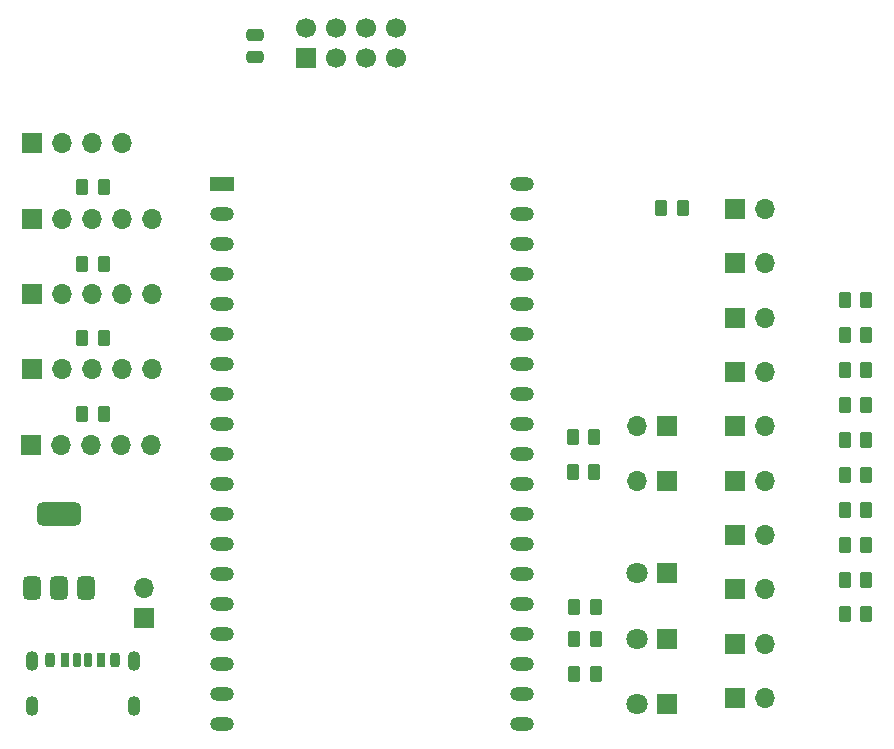
<source format=gbr>
%TF.GenerationSoftware,KiCad,Pcbnew,8.0.4*%
%TF.CreationDate,2024-12-10T19:57:11+05:30*%
%TF.ProjectId,controller-v3,636f6e74-726f-46c6-9c65-722d76332e6b,rev?*%
%TF.SameCoordinates,Original*%
%TF.FileFunction,Soldermask,Top*%
%TF.FilePolarity,Negative*%
%FSLAX46Y46*%
G04 Gerber Fmt 4.6, Leading zero omitted, Abs format (unit mm)*
G04 Created by KiCad (PCBNEW 8.0.4) date 2024-12-10 19:57:11*
%MOMM*%
%LPD*%
G01*
G04 APERTURE LIST*
G04 Aperture macros list*
%AMRoundRect*
0 Rectangle with rounded corners*
0 $1 Rounding radius*
0 $2 $3 $4 $5 $6 $7 $8 $9 X,Y pos of 4 corners*
0 Add a 4 corners polygon primitive as box body*
4,1,4,$2,$3,$4,$5,$6,$7,$8,$9,$2,$3,0*
0 Add four circle primitives for the rounded corners*
1,1,$1+$1,$2,$3*
1,1,$1+$1,$4,$5*
1,1,$1+$1,$6,$7*
1,1,$1+$1,$8,$9*
0 Add four rect primitives between the rounded corners*
20,1,$1+$1,$2,$3,$4,$5,0*
20,1,$1+$1,$4,$5,$6,$7,0*
20,1,$1+$1,$6,$7,$8,$9,0*
20,1,$1+$1,$8,$9,$2,$3,0*%
G04 Aperture macros list end*
%ADD10R,1.700000X1.700000*%
%ADD11C,1.700000*%
%ADD12O,1.700000X1.700000*%
%ADD13RoundRect,0.250000X-0.262500X-0.450000X0.262500X-0.450000X0.262500X0.450000X-0.262500X0.450000X0*%
%ADD14RoundRect,0.250000X0.262500X0.450000X-0.262500X0.450000X-0.262500X-0.450000X0.262500X-0.450000X0*%
%ADD15RoundRect,0.375000X0.375000X-0.625000X0.375000X0.625000X-0.375000X0.625000X-0.375000X-0.625000X0*%
%ADD16RoundRect,0.500000X1.400000X-0.500000X1.400000X0.500000X-1.400000X0.500000X-1.400000X-0.500000X0*%
%ADD17R,1.800000X1.800000*%
%ADD18C,1.800000*%
%ADD19R,2.000000X1.200000*%
%ADD20O,2.000000X1.200000*%
%ADD21RoundRect,0.175000X-0.175000X-0.425000X0.175000X-0.425000X0.175000X0.425000X-0.175000X0.425000X0*%
%ADD22RoundRect,0.190000X0.190000X0.410000X-0.190000X0.410000X-0.190000X-0.410000X0.190000X-0.410000X0*%
%ADD23RoundRect,0.200000X0.200000X0.400000X-0.200000X0.400000X-0.200000X-0.400000X0.200000X-0.400000X0*%
%ADD24RoundRect,0.175000X0.175000X0.425000X-0.175000X0.425000X-0.175000X-0.425000X0.175000X-0.425000X0*%
%ADD25RoundRect,0.190000X-0.190000X-0.410000X0.190000X-0.410000X0.190000X0.410000X-0.190000X0.410000X0*%
%ADD26RoundRect,0.200000X-0.200000X-0.400000X0.200000X-0.400000X0.200000X0.400000X-0.200000X0.400000X0*%
%ADD27O,1.100000X1.700000*%
%ADD28RoundRect,0.250000X-0.475000X0.250000X-0.475000X-0.250000X0.475000X-0.250000X0.475000X0.250000X0*%
G04 APERTURE END LIST*
D10*
%TO.C,U4*%
X116010000Y-88370000D03*
D11*
X116010000Y-85830000D03*
X118550000Y-88370000D03*
X118550000Y-85830000D03*
X121090000Y-88370000D03*
X121090000Y-85830000D03*
X123630000Y-88370000D03*
X123630000Y-85830000D03*
%TD*%
D10*
%TO.C,SW5*%
X152300000Y-119575000D03*
D12*
X154840000Y-119575000D03*
%TD*%
D13*
%TO.C,R4*%
X161615000Y-117750000D03*
X163440000Y-117750000D03*
%TD*%
D14*
%TO.C,R11*%
X140412500Y-123400000D03*
X138587500Y-123400000D03*
%TD*%
D10*
%TO.C,SW8*%
X152300000Y-133375000D03*
D12*
X154840000Y-133375000D03*
%TD*%
D13*
%TO.C,R8*%
X138717500Y-134900000D03*
X140542500Y-134900000D03*
%TD*%
D15*
%TO.C,U5*%
X92800000Y-133287500D03*
X95100000Y-133287500D03*
D16*
X95100000Y-126987500D03*
D15*
X97400000Y-133287500D03*
%TD*%
D13*
%TO.C,R1*%
X161615000Y-108900000D03*
X163440000Y-108900000D03*
%TD*%
D10*
%TO.C,joy3*%
X92745000Y-121125000D03*
D12*
X95285000Y-121125000D03*
X97825000Y-121125000D03*
X100365000Y-121125000D03*
X102905000Y-121125000D03*
%TD*%
D10*
%TO.C,SW6*%
X152300000Y-124175000D03*
D12*
X154840000Y-124175000D03*
%TD*%
D17*
%TO.C,D1*%
X146575000Y-132000000D03*
D18*
X144035000Y-132000000D03*
%TD*%
D13*
%TO.C,R9*%
X138717500Y-137600000D03*
X140542500Y-137600000D03*
%TD*%
D10*
%TO.C,joy0*%
X92785000Y-114700000D03*
D12*
X95325000Y-114700000D03*
X97865000Y-114700000D03*
X100405000Y-114700000D03*
X102945000Y-114700000D03*
%TD*%
D13*
%TO.C,R5*%
X161627500Y-120700000D03*
X163452500Y-120700000D03*
%TD*%
D14*
%TO.C,R13*%
X98872500Y-112125000D03*
X97047500Y-112125000D03*
%TD*%
D10*
%TO.C,joy2*%
X92785000Y-101975000D03*
D12*
X95325000Y-101975000D03*
X97865000Y-101975000D03*
X100405000Y-101975000D03*
X102945000Y-101975000D03*
%TD*%
D10*
%TO.C,joy1*%
X92785000Y-108375000D03*
D12*
X95325000Y-108375000D03*
X97865000Y-108375000D03*
X100405000Y-108375000D03*
X102945000Y-108375000D03*
%TD*%
D13*
%TO.C,R17*%
X161602500Y-132550000D03*
X163427500Y-132550000D03*
%TD*%
D14*
%TO.C,R19*%
X98902500Y-118500000D03*
X97077500Y-118500000D03*
%TD*%
D10*
%TO.C,SW1*%
X152340000Y-101175000D03*
D12*
X154880000Y-101175000D03*
%TD*%
D14*
%TO.C,R_pulldown1*%
X147902500Y-101100000D03*
X146077500Y-101100000D03*
%TD*%
D13*
%TO.C,R16*%
X161602500Y-129600000D03*
X163427500Y-129600000D03*
%TD*%
D10*
%TO.C,SW2*%
X152340000Y-105775000D03*
D12*
X154880000Y-105775000D03*
%TD*%
D10*
%TO.C,SW7*%
X152300000Y-128775000D03*
D12*
X154840000Y-128775000D03*
%TD*%
D13*
%TO.C,R15*%
X161615000Y-126650000D03*
X163440000Y-126650000D03*
%TD*%
D19*
%TO.C,U7*%
X108900000Y-99060000D03*
D20*
X108900000Y-101600000D03*
X108900000Y-104140000D03*
X108900000Y-106680000D03*
X108900000Y-109220000D03*
X108900000Y-111760000D03*
X108900000Y-114300000D03*
X108900000Y-116840000D03*
X108900000Y-119380000D03*
X108900000Y-121920000D03*
X108900000Y-124460000D03*
X108900000Y-127000000D03*
X108900000Y-129540000D03*
X108900000Y-132080000D03*
X108900000Y-134620000D03*
X108900000Y-137160000D03*
X108900000Y-139700000D03*
X108900000Y-142240000D03*
X108900000Y-144780000D03*
X134296320Y-144777280D03*
X134296320Y-142237280D03*
X134300000Y-139700000D03*
X134300000Y-137160000D03*
X134300000Y-134620000D03*
X134300000Y-132080000D03*
X134300000Y-129540000D03*
X134300000Y-127000000D03*
X134300000Y-124460000D03*
X134300000Y-121920000D03*
X134300000Y-119380000D03*
X134300000Y-116840000D03*
X134300000Y-114300000D03*
X134300000Y-111760000D03*
X134300000Y-109220000D03*
X134300000Y-106680000D03*
X134300000Y-104140000D03*
X134300000Y-101600000D03*
X134300000Y-99060000D03*
%TD*%
D10*
%TO.C,U1*%
X92800000Y-95575000D03*
D12*
X95340000Y-95575000D03*
X97880000Y-95575000D03*
X100420000Y-95575000D03*
%TD*%
D17*
%TO.C,D3*%
X146575000Y-143100000D03*
D18*
X144035000Y-143100000D03*
%TD*%
D10*
%TO.C,on/off1*%
X102275000Y-135802500D03*
D12*
X102275000Y-133262500D03*
%TD*%
D21*
%TO.C,J1*%
X96585000Y-139357500D03*
D22*
X98605000Y-139357500D03*
D23*
X99835000Y-139357500D03*
D24*
X97585000Y-139357500D03*
D25*
X95565000Y-139357500D03*
D26*
X94335000Y-139357500D03*
D27*
X92765000Y-139437500D03*
X92765000Y-143237500D03*
X101405000Y-139437500D03*
X101405000Y-143237500D03*
%TD*%
D10*
%TO.C,SW4*%
X152340000Y-114975000D03*
D12*
X154880000Y-114975000D03*
%TD*%
D10*
%TO.C,SW10*%
X152300000Y-142600000D03*
D12*
X154840000Y-142600000D03*
%TD*%
D14*
%TO.C,R10*%
X140412500Y-120450000D03*
X138587500Y-120450000D03*
%TD*%
D10*
%TO.C,SW3*%
X152340000Y-110375000D03*
D12*
X154880000Y-110375000D03*
%TD*%
D14*
%TO.C,R12*%
X98882500Y-105800000D03*
X97057500Y-105800000D03*
%TD*%
D10*
%TO.C,mode_select1*%
X146575000Y-119575000D03*
D12*
X144035000Y-119575000D03*
%TD*%
D28*
%TO.C,C1*%
X111650000Y-86430000D03*
X111650000Y-88330000D03*
%TD*%
D14*
%TO.C,R6*%
X98872500Y-99300000D03*
X97047500Y-99300000D03*
%TD*%
D10*
%TO.C,SW9*%
X152300000Y-138000000D03*
D12*
X154840000Y-138000000D03*
%TD*%
D17*
%TO.C,D2*%
X146575000Y-137550000D03*
D18*
X144035000Y-137550000D03*
%TD*%
D13*
%TO.C,R3*%
X161615000Y-114800000D03*
X163440000Y-114800000D03*
%TD*%
%TO.C,R14*%
X161615000Y-123700000D03*
X163440000Y-123700000D03*
%TD*%
%TO.C,R18*%
X161602500Y-135500000D03*
X163427500Y-135500000D03*
%TD*%
%TO.C,R7*%
X138717500Y-140500000D03*
X140542500Y-140500000D03*
%TD*%
D10*
%TO.C,oled_cycle1*%
X146575000Y-124175000D03*
D12*
X144035000Y-124175000D03*
%TD*%
D13*
%TO.C,R2*%
X161615000Y-111850000D03*
X163440000Y-111850000D03*
%TD*%
M02*

</source>
